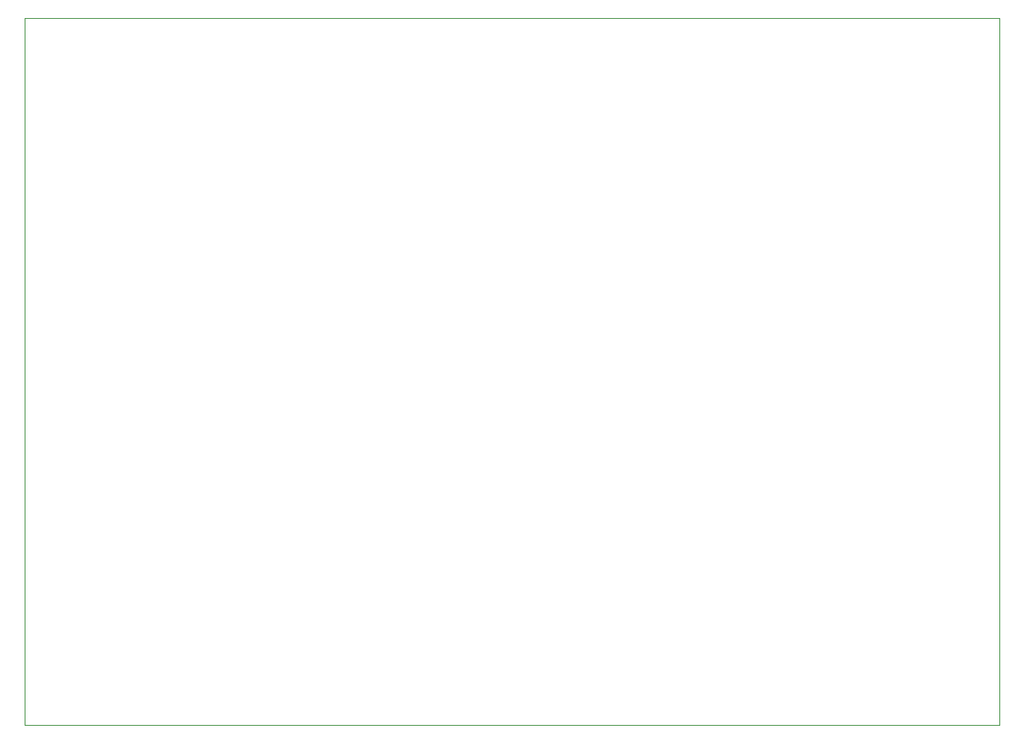
<source format=gbr>
%TF.GenerationSoftware,KiCad,Pcbnew,8.0.7*%
%TF.CreationDate,2025-03-18T01:08:04+05:30*%
%TF.ProjectId,design,64657369-676e-42e6-9b69-6361645f7063,rev?*%
%TF.SameCoordinates,Original*%
%TF.FileFunction,Profile,NP*%
%FSLAX46Y46*%
G04 Gerber Fmt 4.6, Leading zero omitted, Abs format (unit mm)*
G04 Created by KiCad (PCBNEW 8.0.7) date 2025-03-18 01:08:04*
%MOMM*%
%LPD*%
G01*
G04 APERTURE LIST*
%TA.AperFunction,Profile*%
%ADD10C,0.050000*%
%TD*%
G04 APERTURE END LIST*
D10*
X99500000Y-50000000D02*
X200000000Y-50000000D01*
X200000000Y-123000000D01*
X99500000Y-123000000D01*
X99500000Y-50000000D01*
M02*

</source>
